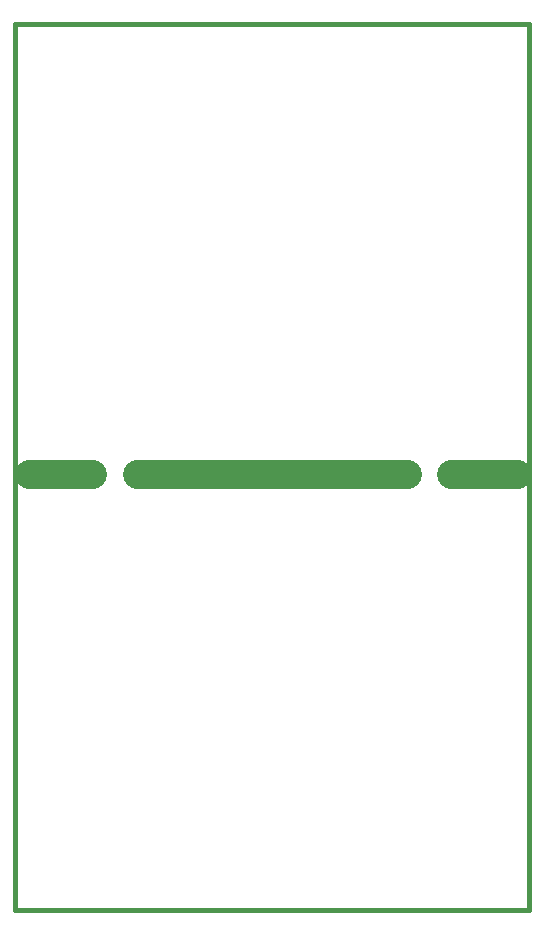
<source format=gbr>
G04 (created by PCBNEW-RS274X (2012-apr-16-27)-stable) date Sat 01 Mar 2014 16:34:46 GMT*
G01*
G70*
G90*
%MOIN*%
G04 Gerber Fmt 3.4, Leading zero omitted, Abs format*
%FSLAX34Y34*%
G04 APERTURE LIST*
%ADD10C,0.006000*%
%ADD11C,0.015000*%
%ADD12C,0.095000*%
G04 APERTURE END LIST*
G54D10*
G54D11*
X73080Y-18639D02*
X73080Y-17541D01*
X55950Y-18636D02*
X55950Y-17547D01*
G54D12*
X70460Y-32520D02*
X72665Y-32520D01*
X58500Y-32519D02*
X56424Y-32519D01*
X60025Y-32515D02*
X69025Y-32515D01*
G54D11*
X55960Y-47080D02*
X73070Y-47080D01*
X55950Y-18650D02*
X55950Y-47070D01*
X73070Y-17540D02*
X55975Y-17540D01*
X73080Y-47070D02*
X73080Y-18650D01*
M02*

</source>
